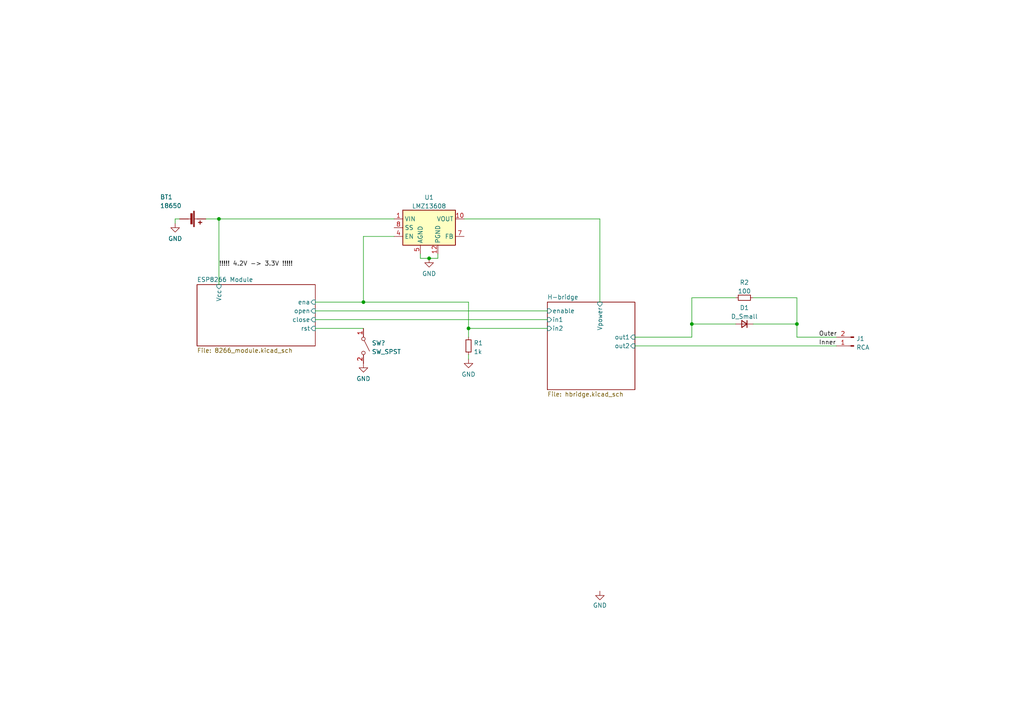
<source format=kicad_sch>
(kicad_sch (version 20230121) (generator eeschema)
  (paper "A4")
  (lib_symbols
    (symbol "Connector:Conn_01x02_Male" (pin_names (offset 1.016) hide)
      (property "Reference" "J" (at 0 2.54 0))
      (property "Value" "Conn_01x02_Male" (at 0 -5.08 0))
      (symbol "Conn_01x02_Male_1_1"
        (polyline (pts (xy 1.27 -2.54) (xy 0.8636 -2.54)) (stroke (width 0.1524)))
        (polyline (pts (xy 1.27 0) (xy 0.8636 0)) (stroke (width 0.1524)))
        (rectangle (start 0.8636 -2.413) (end 0 -2.667) (stroke (width 0.1524)) (fill (type outline)))
        (rectangle (start 0.8636 0.127) (end 0 -0.127) (stroke (width 0.1524)) (fill (type outline)))
        (pin passive line (at 5.08 0 180) (length 3.81) (name "Pin_1") (number "1"))
        (pin passive line (at 5.08 -2.54 180) (length 3.81) (name "Pin_2") (number "2"))
      )
    )
    (symbol "Device:Battery_Cell" (pin_numbers hide) (pin_names (offset 0) hide)
      (property "Reference" "BT" (at 2.54 2.54 0))
      (property "Value" "Battery_Cell" (at 2.54 0 0))
      (symbol "Battery_Cell_0_1"
        (rectangle (start -2.286 1.778) (end 2.286 1.524) (fill (type outline)))
        (rectangle (start -1.5748 1.1938) (end 1.4732 0.6858) (fill (type outline)))
        (polyline (pts (xy 0 0.762) (xy 0 0)))
        (polyline (pts (xy 0 1.778) (xy 0 2.54)))
        (polyline (pts (xy 0.508 3.429) (xy 1.524 3.429)) (stroke (width 0.254)))
        (polyline (pts (xy 1.016 3.937) (xy 1.016 2.921)) (stroke (width 0.254)))
      )
      (symbol "Battery_Cell_1_1"
        (pin passive line (at 0 5.08 270) (length 2.54) (name "+") (number "1"))
        (pin passive line (at 0 -2.54 90) (length 2.54) (name "-") (number "2"))
      )
    )
    (symbol "Device:D_Small" (pin_numbers hide) (pin_names (offset 0.254) hide)
      (property "Reference" "D" (at -1.27 2.032 0))
      (property "Value" "D_Small" (at -3.81 -2.032 0))
      (symbol "D_Small_0_1"
        (polyline (pts (xy -0.762 -1.016) (xy -0.762 1.016)) (stroke (width 0.254)))
        (polyline (pts (xy -0.762 0) (xy 0.762 0)))
        (polyline (pts (xy 0.762 -1.016) (xy -0.762 0) (xy 0.762 1.016) (xy 0.762 -1.016)) (stroke (width 0.254)))
      )
      (symbol "D_Small_1_1"
        (pin passive line (at -2.54 0 0) (length 1.778) (name "K") (number "1"))
        (pin passive line (at 2.54 0 180) (length 1.778) (name "A") (number "2"))
      )
    )
    (symbol "Device:R_Small" (pin_numbers hide) (pin_names (offset 0.254) hide)
      (property "Reference" "R" (at 0.762 0.508 0))
      (property "Value" "R_Small" (at 0.762 -1.016 0))
      (symbol "R_Small_0_1"
        (rectangle (start -0.762 1.778) (end 0.762 -1.778) (stroke (width 0.2032)))
      )
      (symbol "R_Small_1_1"
        (pin passive line (at 0 2.54 270) (length 0.762) (name "~") (number "1"))
        (pin passive line (at 0 -2.54 90) (length 0.762) (name "~") (number "2"))
      )
    )
    (symbol "GND_2" (power) (pin_names (offset 0))
      (property "Value" "GND_2" (at 0 -3.81 0))
      (symbol "GND_2_0_1"
        (polyline (pts (xy 0 0) (xy 0 -1.27) (xy 1.27 -1.27) (xy 0 -2.54) (xy -1.27 -1.27) (xy 0 -1.27)))
      )
      (symbol "GND_2_1_1"
        (pin power_in line (at 0 0 270) (length 0) hide (name "GND") (number "1"))
      )
    )
    (symbol "Regulator_Switching:LMZ13608"
      (property "Reference" "U" (at -6.35 6.35 0))
      (property "Value" "LMZ13608" (at 2.54 6.35 0))
      (symbol "LMZ13608_0_1"
        (rectangle (start -7.62 5.08) (end 7.62 -5.08) (stroke (width 0.254)) (fill (type background)))
      )
      (symbol "LMZ13608_1_1"
        (pin power_in line (at -10.16 2.54 0) (length 2.54) (name "VIN") (number "1"))
        (pin power_out line (at 10.16 2.54 180) (length 2.54) (name "VOUT") (number "10"))
        (pin passive line (at 10.16 2.54 180) (length 2.54) hide (name "VOUT") (number "11"))
        (pin power_in line (at 2.54 -7.62 90) (length 2.54) (name "PGND") (number "12"))
        (pin passive line (at -10.16 2.54 0) (length 2.54) hide (name "VIN") (number "2"))
        (pin passive line (at -2.54 -7.62 90) (length 2.54) hide (name "AGND") (number "3"))
        (pin input line (at -10.16 -2.54 0) (length 2.54) (name "EN") (number "4"))
        (pin power_in line (at -2.54 -7.62 90) (length 2.54) (name "AGND") (number "5"))
        (pin passive line (at -2.54 -7.62 90) (length 2.54) hide (name "AGND") (number "6"))
        (pin input line (at 10.16 -2.54 180) (length 2.54) (name "FB") (number "7"))
        (pin input line (at -10.16 0 0) (length 2.54) (name "SS") (number "8"))
        (pin no_connect line (at 7.62 0 180) (length 2.54) hide (name "NC") (number "9"))
      )
    )
    (symbol "Switch:SW_SPST" (pin_names (offset 0) hide)
      (property "Reference" "SW" (at 0 3.175 0))
      (property "Value" "SW_SPST" (at 0 -2.54 0))
      (symbol "SW_SPST_0_0"
        (circle (center -2.032 0) (radius 0.508))
        (polyline (pts (xy -1.524 0.254) (xy 1.524 1.778)))
        (circle (center 2.032 0) (radius 0.508))
      )
      (symbol "SW_SPST_1_1"
        (pin passive line (at -5.08 0 0) (length 2.54) (name "A") (number "1"))
        (pin passive line (at 5.08 0 180) (length 2.54) (name "B") (number "2"))
      )
    )
    (symbol "power:GND" (power) (pin_names (offset 0))
      (property "Value" "GND" (at 0 -3.81 0))
      (symbol "GND_0_1"
        (polyline (pts (xy 0 0) (xy 0 -1.27) (xy 1.27 -1.27) (xy 0 -2.54) (xy -1.27 -1.27) (xy 0 -1.27)))
      )
      (symbol "GND_1_1"
        (pin power_in line (at 0 0 270) (length 0) hide (name "GND") (number "1"))
      )
    )
  )
  (junction (at 124.46 74.93))
  (junction (at 105.41 87.63))
  (junction (at 231.14 93.98))
  (junction (at 63.5 63.5))
  (junction (at 200.66 93.98))
  (junction (at 135.89 95.25))
  (wire (pts (xy 135.89 97.79) (xy 135.89 95.25)))
  (wire (pts (xy 135.89 95.25) (xy 135.89 87.63)))
  (wire (pts (xy 127 73.66) (xy 127 74.93)))
  (wire (pts (xy 63.5 63.5) (xy 114.3 63.5)))
  (wire (pts (xy 213.36 93.98) (xy 200.66 93.98)))
  (wire (pts (xy 63.5 63.5) (xy 63.5 82.55)))
  (wire (pts (xy 121.92 74.93) (xy 121.92 73.66)))
  (wire (pts (xy 63.5 63.5) (xy 59.69 63.5)))
  (wire (pts (xy 135.89 104.14) (xy 135.89 102.87)))
  (wire (pts (xy 184.15 97.79) (xy 200.66 97.79)))
  (wire (pts (xy 105.41 68.58) (xy 114.3 68.58)))
  (wire (pts (xy 218.44 86.36) (xy 231.14 86.36)))
  (wire (pts (xy 91.44 95.25) (xy 105.41 95.25)))
  (wire (pts (xy 105.41 87.63) (xy 135.89 87.63)))
  (wire (pts (xy 213.36 86.36) (xy 200.66 86.36)))
  (wire (pts (xy 200.66 86.36) (xy 200.66 93.98)))
  (wire (pts (xy 200.66 93.98) (xy 200.66 97.79)))
  (wire (pts (xy 231.14 93.98) (xy 231.14 97.79)))
  (wire (pts (xy 50.8 63.5) (xy 50.8 64.77)))
  (wire (pts (xy 231.14 97.79) (xy 242.57 97.79)))
  (wire (pts (xy 91.44 92.71) (xy 158.75 92.71)))
  (wire (pts (xy 52.07 63.5) (xy 50.8 63.5)))
  (wire (pts (xy 135.89 95.25) (xy 158.75 95.25)))
  (wire (pts (xy 124.46 74.93) (xy 121.92 74.93)))
  (wire (pts (xy 91.44 90.17) (xy 158.75 90.17)))
  (wire (pts (xy 184.15 100.33) (xy 242.57 100.33)))
  (wire (pts (xy 231.14 86.36) (xy 231.14 93.98)))
  (wire (pts (xy 91.44 87.63) (xy 105.41 87.63)))
  (wire (pts (xy 173.99 63.5) (xy 173.99 87.63)))
  (wire (pts (xy 218.44 93.98) (xy 231.14 93.98)))
  (wire (pts (xy 134.62 63.5) (xy 173.99 63.5)))
  (wire (pts (xy 127 74.93) (xy 124.46 74.93)))
  (wire (pts (xy 105.41 87.63) (xy 105.41 68.58)))
  (label "!!!!! 4.2V -> 3.3V !!!!!" (at 63.5 77.47 0))
  (label "Outer" (at 237.49 97.79 0))
  (label "Inner" (at 237.49 100.33 0))
  (symbol (lib_id "power:GND") (at 50.8 64.77 0) (unit 1)
    (property "Reference" "#PWR0102" (effects hide))
    (property "Value" "GND" (at 50.8 69.2134 0))
  )
  (symbol (lib_id "power:GND") (at 135.89 104.14 0) (unit 1)
    (property "Reference" "#PWR0103" (effects hide))
    (property "Value" "GND" (at 135.89 108.5834 0))
  )
  (symbol (lib_id "power:GND") (at 124.46 74.93 0) (unit 1)
    (property "Reference" "#PWR0101" (effects hide))
    (property "Value" "GND" (at 124.46 79.3734 0))
  )
  (symbol (lib_id "Connector:Conn_01x02_Male") (at 247.65 100.33 180) (unit 1)
    (property "Reference" "J1" (at 248.3612 98.2253 0) (effects (justify right)))
    (property "Value" "RCA" (at 248.3612 100.7622 0) (effects (justify right)))
  )
  (symbol (lib_id "Device:Battery_Cell") (at 54.61 63.5 270) (unit 1)
    (property "Reference" "BT1" (at 48.26 57.15 90))
    (property "Value" "18650" (at 49.53 59.69 90))
  )
  (symbol (lib_name "GND_2") (lib_id "power:GND") (at 173.99 171.45 0) (unit 1)
    (property "Reference" "#PWR02" (effects hide))
    (property "Value" "GND" (at 173.99 175.5831 0))
  )
  (symbol (lib_id "Switch:SW_SPST") (at 105.41 100.33 270) (unit 1)
    (property "Reference" "SW?" (at 107.823 99.4953 90) (effects (justify left)))
    (property "Value" "SW_SPST" (at 107.823 102.0322 90) (effects (justify left)))
  )
  (symbol (lib_id "Device:D_Small") (at 215.9 93.98 180) (unit 1)
    (property "Reference" "D1" (at 215.9 89.2642 0))
    (property "Value" "D_Small" (at 215.9 91.8011 0))
  )
  (symbol (lib_id "Device:R_Small") (at 135.89 100.33 0) (unit 1)
    (property "Reference" "R1" (at 137.3886 99.4953 0) (effects (justify left)))
    (property "Value" "1k" (at 137.3886 102.0322 0) (effects (justify left)))
  )
  (symbol (lib_id "Regulator_Switching:LMZ13608") (at 124.46 66.04 0) (unit 1)
    (property "Reference" "U1" (at 124.46 57.2602 0))
    (property "Value" "LMZ13608" (at 124.46 59.7971 0))
    (property "Footprint" "Package_TO_SOT_SMD:Texas_NDY0011A" (effects hide))
    (property "Datasheet" "http://www.ti.com/lit/ds/snvs710i/snvs710i.pdf" (effects hide))
  )
  (symbol (lib_id "Device:R_Small") (at 215.9 86.36 90) (unit 1)
    (property "Reference" "R2" (at 215.9 81.9236 90))
    (property "Value" "100" (at 215.9 84.4605 90))
  )
  (symbol (lib_id "power:GND") (at 105.41 105.41 0) (unit 1)
    (property "Reference" "#PWR?" (effects hide))
    (property "Value" "GND" (at 105.41 109.8534 0))
  )
  (sheet (at 158.75 87.63) (size 25.4 25.4) (stroke (width 0.1524))
    (property "Sheetname" "H-bridge" (at 158.75 86.9184 0) (effects (justify left bottom)))
    (property "Sheetfile" "hbridge.kicad_sch" (at 158.75 113.6146 0) (effects (justify left top)))
    (pin "enable" input (at 158.75 90.17 180))
    (pin "in1" input (at 158.75 92.71 180))
    (pin "in2" input (at 158.75 95.25 180))
    (pin "Vpower" input (at 173.99 87.63 90))
    (pin "out1" input (at 184.15 97.79 0))
    (pin "out2" input (at 184.15 100.33 0))
  )
  (sheet (at 57.15 82.55) (size 34.29 17.78) (stroke (width 0.1524))
    (property "Sheetname" "ESP8266 Module" (at 57.15 81.8384 0) (effects (justify left bottom)))
    (property "Sheetfile" "8266_module.kicad_sch" (at 57.15 100.9146 0) (effects (justify left top)))
    (pin "Vcc" input (at 63.5 82.55 90))
    (pin "ena" input (at 91.44 87.63 0))
    (pin "open" input (at 91.44 90.17 0))
    (pin "close" input (at 91.44 92.71 0))
    (pin "rst" input (at 91.44 95.25 0))
  )
)
</source>
